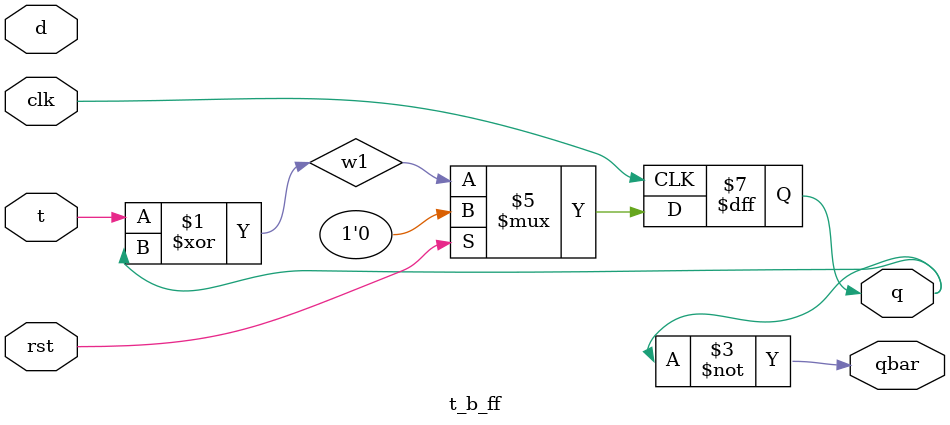
<source format=v>
	
    module t_b_ff(input d,t,clk,rst,output reg q ,output wire qbar);
         
      wire w1;
      xor x1 (w1,t,q);
	
    	always @(posedge clk)
	   begin
		  if(rst)
		   q <=0;
	    	  else
		   q <= w1;
	   end

	assign qbar = ~q;

    endmodule

</source>
